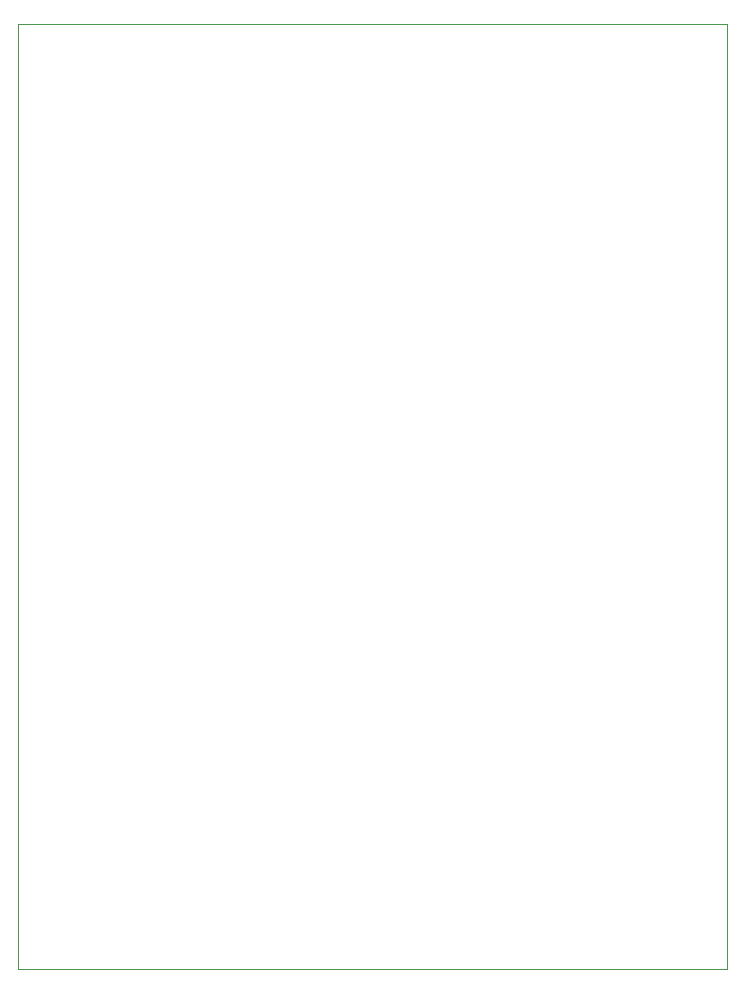
<source format=gbr>
%TF.GenerationSoftware,KiCad,Pcbnew,7.99.0-unknown-5ea170baab~172~ubuntu22.04.1*%
%TF.CreationDate,2023-09-19T12:12:01+03:00*%
%TF.ProjectId,drill_file_creator,6472696c-6c5f-4666-996c-655f63726561,rev?*%
%TF.SameCoordinates,Original*%
%TF.FileFunction,Profile,NP*%
%FSLAX46Y46*%
G04 Gerber Fmt 4.6, Leading zero omitted, Abs format (unit mm)*
G04 Created by KiCad (PCBNEW 7.99.0-unknown-5ea170baab~172~ubuntu22.04.1) date 2023-09-19 12:12:01*
%MOMM*%
%LPD*%
G01*
G04 APERTURE LIST*
%TA.AperFunction,Profile*%
%ADD10C,0.100000*%
%TD*%
G04 APERTURE END LIST*
D10*
X145000000Y-45000000D02*
X205000000Y-45000000D01*
X205000000Y-125000000D01*
X145000000Y-125000000D01*
X145000000Y-45000000D01*
M02*

</source>
